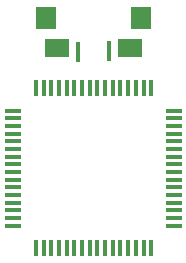
<source format=gbp>
G04 #@! TF.GenerationSoftware,KiCad,Pcbnew,(5.1.9-0-10_14)*
G04 #@! TF.CreationDate,2021-05-08T08:27:26+09:00*
G04 #@! TF.ProjectId,RL78Display,524c3738-4469-4737-906c-61792e6b6963,V1.1*
G04 #@! TF.SameCoordinates,Original*
G04 #@! TF.FileFunction,Paste,Bot*
G04 #@! TF.FilePolarity,Positive*
%FSLAX46Y46*%
G04 Gerber Fmt 4.6, Leading zero omitted, Abs format (unit mm)*
G04 Created by KiCad (PCBNEW (5.1.9-0-10_14)) date 2021-05-08 08:27:26*
%MOMM*%
%LPD*%
G01*
G04 APERTURE LIST*
%ADD10R,1.400000X0.300000*%
%ADD11R,0.300000X1.400000*%
%ADD12R,1.800000X1.900000*%
%ADD13R,2.100000X1.600000*%
%ADD14R,0.300000X1.750000*%
G04 APERTURE END LIST*
D10*
X-6800000Y-4875000D03*
X-6800000Y-4225000D03*
X-6800000Y-3575000D03*
X-6800000Y-2925000D03*
X-6800000Y-2275000D03*
X-6800000Y-1625000D03*
X-6800000Y-975000D03*
X-6800000Y-325000D03*
X-6800000Y325000D03*
X-6800000Y975000D03*
X-6800000Y1625000D03*
X-6800000Y2275000D03*
X-6800000Y2925000D03*
X-6850000Y3575000D03*
X-6800000Y4225000D03*
X-6800000Y4875000D03*
D11*
X-4875000Y6800000D03*
X-4225000Y6800000D03*
X-3575000Y6800000D03*
X-2925000Y6800000D03*
X-2275000Y6800000D03*
X-1625000Y6800000D03*
X-975000Y6800000D03*
X-325000Y6800000D03*
X325000Y6800000D03*
X975000Y6800000D03*
X1625000Y6800000D03*
X2275000Y6800000D03*
X2925000Y6800000D03*
X3575000Y6800000D03*
X4225000Y6800000D03*
X4875000Y6800000D03*
D10*
X6800000Y4875000D03*
X6800000Y4225000D03*
X6800000Y3575000D03*
X6800000Y2925000D03*
X6800000Y2275000D03*
X6800000Y1625000D03*
X6800000Y975000D03*
X6800000Y325000D03*
X6800000Y-325000D03*
X6800000Y-975000D03*
X6800000Y-1625000D03*
X6800000Y-2275000D03*
X6800000Y-2925000D03*
X6800000Y-3575000D03*
X6800000Y-4225000D03*
X6800000Y-4875000D03*
D11*
X4875000Y-6800000D03*
X4225000Y-6800000D03*
X3575000Y-6800000D03*
X2925000Y-6800000D03*
X2275000Y-6800000D03*
X1625000Y-6800000D03*
X975000Y-6800000D03*
X325000Y-6800000D03*
X-325000Y-6800000D03*
X-975000Y-6800000D03*
X-1625000Y-6800000D03*
X-2275000Y-6800000D03*
X-2925000Y-6800000D03*
X-3575000Y-6800000D03*
X-4225000Y-6800000D03*
X-4875000Y-6800000D03*
D12*
X4000000Y12750000D03*
X-4000000Y12750000D03*
D13*
X3100000Y10200000D03*
X-3100000Y10200000D03*
D14*
X1300000Y9900000D03*
X-1300000Y9875000D03*
M02*

</source>
